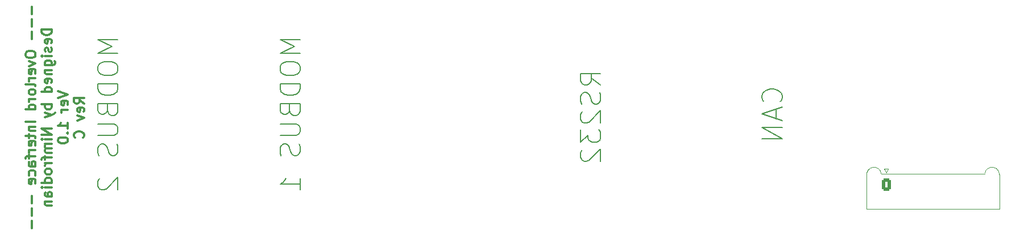
<source format=gbo>
G04 #@! TF.GenerationSoftware,KiCad,Pcbnew,8.0.8*
G04 #@! TF.CreationDate,2025-02-25T20:07:16+01:00*
G04 #@! TF.ProjectId,OverlordInterface,4f766572-6c6f-4726-9449-6e7465726661,rev?*
G04 #@! TF.SameCoordinates,Original*
G04 #@! TF.FileFunction,Legend,Bot*
G04 #@! TF.FilePolarity,Positive*
%FSLAX46Y46*%
G04 Gerber Fmt 4.6, Leading zero omitted, Abs format (unit mm)*
G04 Created by KiCad (PCBNEW 8.0.8) date 2025-02-25 20:07:16*
%MOMM*%
%LPD*%
G01*
G04 APERTURE LIST*
G04 Aperture macros list*
%AMRoundRect*
0 Rectangle with rounded corners*
0 $1 Rounding radius*
0 $2 $3 $4 $5 $6 $7 $8 $9 X,Y pos of 4 corners*
0 Add a 4 corners polygon primitive as box body*
4,1,4,$2,$3,$4,$5,$6,$7,$8,$9,$2,$3,0*
0 Add four circle primitives for the rounded corners*
1,1,$1+$1,$2,$3*
1,1,$1+$1,$4,$5*
1,1,$1+$1,$6,$7*
1,1,$1+$1,$8,$9*
0 Add four rect primitives between the rounded corners*
20,1,$1+$1,$2,$3,$4,$5,0*
20,1,$1+$1,$4,$5,$6,$7,0*
20,1,$1+$1,$6,$7,$8,$9,0*
20,1,$1+$1,$8,$9,$2,$3,0*%
G04 Aperture macros list end*
%ADD10C,0.300000*%
%ADD11C,0.150000*%
%ADD12C,0.120000*%
%ADD13R,1.800000X1.800000*%
%ADD14C,1.800000*%
%ADD15C,4.000000*%
%ADD16R,1.600000X1.600000*%
%ADD17C,1.600000*%
%ADD18C,1.500000*%
%ADD19RoundRect,0.250000X-0.400000X0.650000X-0.400000X-0.650000X0.400000X-0.650000X0.400000X0.650000X0*%
%ADD20O,1.300000X1.800000*%
G04 APERTURE END LIST*
D10*
X79574526Y-76623571D02*
X79574526Y-77766429D01*
X79574526Y-78480714D02*
X79574526Y-79623572D01*
X79574526Y-80337857D02*
X79574526Y-81480715D01*
X78645954Y-83623572D02*
X78645954Y-83909286D01*
X78645954Y-83909286D02*
X78717383Y-84052143D01*
X78717383Y-84052143D02*
X78860240Y-84195000D01*
X78860240Y-84195000D02*
X79145954Y-84266429D01*
X79145954Y-84266429D02*
X79645954Y-84266429D01*
X79645954Y-84266429D02*
X79931668Y-84195000D01*
X79931668Y-84195000D02*
X80074526Y-84052143D01*
X80074526Y-84052143D02*
X80145954Y-83909286D01*
X80145954Y-83909286D02*
X80145954Y-83623572D01*
X80145954Y-83623572D02*
X80074526Y-83480715D01*
X80074526Y-83480715D02*
X79931668Y-83337857D01*
X79931668Y-83337857D02*
X79645954Y-83266429D01*
X79645954Y-83266429D02*
X79145954Y-83266429D01*
X79145954Y-83266429D02*
X78860240Y-83337857D01*
X78860240Y-83337857D02*
X78717383Y-83480715D01*
X78717383Y-83480715D02*
X78645954Y-83623572D01*
X79145954Y-84766429D02*
X80145954Y-85123572D01*
X80145954Y-85123572D02*
X79145954Y-85480715D01*
X80074526Y-86623572D02*
X80145954Y-86480715D01*
X80145954Y-86480715D02*
X80145954Y-86195001D01*
X80145954Y-86195001D02*
X80074526Y-86052143D01*
X80074526Y-86052143D02*
X79931668Y-85980715D01*
X79931668Y-85980715D02*
X79360240Y-85980715D01*
X79360240Y-85980715D02*
X79217383Y-86052143D01*
X79217383Y-86052143D02*
X79145954Y-86195001D01*
X79145954Y-86195001D02*
X79145954Y-86480715D01*
X79145954Y-86480715D02*
X79217383Y-86623572D01*
X79217383Y-86623572D02*
X79360240Y-86695001D01*
X79360240Y-86695001D02*
X79503097Y-86695001D01*
X79503097Y-86695001D02*
X79645954Y-85980715D01*
X80145954Y-87337857D02*
X79145954Y-87337857D01*
X79431668Y-87337857D02*
X79288811Y-87409286D01*
X79288811Y-87409286D02*
X79217383Y-87480715D01*
X79217383Y-87480715D02*
X79145954Y-87623572D01*
X79145954Y-87623572D02*
X79145954Y-87766429D01*
X80145954Y-88480714D02*
X80074526Y-88337857D01*
X80074526Y-88337857D02*
X79931668Y-88266428D01*
X79931668Y-88266428D02*
X78645954Y-88266428D01*
X80145954Y-89266428D02*
X80074526Y-89123571D01*
X80074526Y-89123571D02*
X80003097Y-89052142D01*
X80003097Y-89052142D02*
X79860240Y-88980714D01*
X79860240Y-88980714D02*
X79431668Y-88980714D01*
X79431668Y-88980714D02*
X79288811Y-89052142D01*
X79288811Y-89052142D02*
X79217383Y-89123571D01*
X79217383Y-89123571D02*
X79145954Y-89266428D01*
X79145954Y-89266428D02*
X79145954Y-89480714D01*
X79145954Y-89480714D02*
X79217383Y-89623571D01*
X79217383Y-89623571D02*
X79288811Y-89695000D01*
X79288811Y-89695000D02*
X79431668Y-89766428D01*
X79431668Y-89766428D02*
X79860240Y-89766428D01*
X79860240Y-89766428D02*
X80003097Y-89695000D01*
X80003097Y-89695000D02*
X80074526Y-89623571D01*
X80074526Y-89623571D02*
X80145954Y-89480714D01*
X80145954Y-89480714D02*
X80145954Y-89266428D01*
X80145954Y-90409285D02*
X79145954Y-90409285D01*
X79431668Y-90409285D02*
X79288811Y-90480714D01*
X79288811Y-90480714D02*
X79217383Y-90552143D01*
X79217383Y-90552143D02*
X79145954Y-90695000D01*
X79145954Y-90695000D02*
X79145954Y-90837857D01*
X80145954Y-91980714D02*
X78645954Y-91980714D01*
X80074526Y-91980714D02*
X80145954Y-91837856D01*
X80145954Y-91837856D02*
X80145954Y-91552142D01*
X80145954Y-91552142D02*
X80074526Y-91409285D01*
X80074526Y-91409285D02*
X80003097Y-91337856D01*
X80003097Y-91337856D02*
X79860240Y-91266428D01*
X79860240Y-91266428D02*
X79431668Y-91266428D01*
X79431668Y-91266428D02*
X79288811Y-91337856D01*
X79288811Y-91337856D02*
X79217383Y-91409285D01*
X79217383Y-91409285D02*
X79145954Y-91552142D01*
X79145954Y-91552142D02*
X79145954Y-91837856D01*
X79145954Y-91837856D02*
X79217383Y-91980714D01*
X80145954Y-93837856D02*
X78645954Y-93837856D01*
X79145954Y-94552142D02*
X80145954Y-94552142D01*
X79288811Y-94552142D02*
X79217383Y-94623571D01*
X79217383Y-94623571D02*
X79145954Y-94766428D01*
X79145954Y-94766428D02*
X79145954Y-94980714D01*
X79145954Y-94980714D02*
X79217383Y-95123571D01*
X79217383Y-95123571D02*
X79360240Y-95195000D01*
X79360240Y-95195000D02*
X80145954Y-95195000D01*
X79145954Y-95695000D02*
X79145954Y-96266428D01*
X78645954Y-95909285D02*
X79931668Y-95909285D01*
X79931668Y-95909285D02*
X80074526Y-95980714D01*
X80074526Y-95980714D02*
X80145954Y-96123571D01*
X80145954Y-96123571D02*
X80145954Y-96266428D01*
X80074526Y-97337857D02*
X80145954Y-97195000D01*
X80145954Y-97195000D02*
X80145954Y-96909286D01*
X80145954Y-96909286D02*
X80074526Y-96766428D01*
X80074526Y-96766428D02*
X79931668Y-96695000D01*
X79931668Y-96695000D02*
X79360240Y-96695000D01*
X79360240Y-96695000D02*
X79217383Y-96766428D01*
X79217383Y-96766428D02*
X79145954Y-96909286D01*
X79145954Y-96909286D02*
X79145954Y-97195000D01*
X79145954Y-97195000D02*
X79217383Y-97337857D01*
X79217383Y-97337857D02*
X79360240Y-97409286D01*
X79360240Y-97409286D02*
X79503097Y-97409286D01*
X79503097Y-97409286D02*
X79645954Y-96695000D01*
X80145954Y-98052142D02*
X79145954Y-98052142D01*
X79431668Y-98052142D02*
X79288811Y-98123571D01*
X79288811Y-98123571D02*
X79217383Y-98195000D01*
X79217383Y-98195000D02*
X79145954Y-98337857D01*
X79145954Y-98337857D02*
X79145954Y-98480714D01*
X79145954Y-98766428D02*
X79145954Y-99337856D01*
X80145954Y-98980713D02*
X78860240Y-98980713D01*
X78860240Y-98980713D02*
X78717383Y-99052142D01*
X78717383Y-99052142D02*
X78645954Y-99194999D01*
X78645954Y-99194999D02*
X78645954Y-99337856D01*
X80145954Y-100480714D02*
X79360240Y-100480714D01*
X79360240Y-100480714D02*
X79217383Y-100409285D01*
X79217383Y-100409285D02*
X79145954Y-100266428D01*
X79145954Y-100266428D02*
X79145954Y-99980714D01*
X79145954Y-99980714D02*
X79217383Y-99837856D01*
X80074526Y-100480714D02*
X80145954Y-100337856D01*
X80145954Y-100337856D02*
X80145954Y-99980714D01*
X80145954Y-99980714D02*
X80074526Y-99837856D01*
X80074526Y-99837856D02*
X79931668Y-99766428D01*
X79931668Y-99766428D02*
X79788811Y-99766428D01*
X79788811Y-99766428D02*
X79645954Y-99837856D01*
X79645954Y-99837856D02*
X79574526Y-99980714D01*
X79574526Y-99980714D02*
X79574526Y-100337856D01*
X79574526Y-100337856D02*
X79503097Y-100480714D01*
X80074526Y-101837857D02*
X80145954Y-101694999D01*
X80145954Y-101694999D02*
X80145954Y-101409285D01*
X80145954Y-101409285D02*
X80074526Y-101266428D01*
X80074526Y-101266428D02*
X80003097Y-101194999D01*
X80003097Y-101194999D02*
X79860240Y-101123571D01*
X79860240Y-101123571D02*
X79431668Y-101123571D01*
X79431668Y-101123571D02*
X79288811Y-101194999D01*
X79288811Y-101194999D02*
X79217383Y-101266428D01*
X79217383Y-101266428D02*
X79145954Y-101409285D01*
X79145954Y-101409285D02*
X79145954Y-101694999D01*
X79145954Y-101694999D02*
X79217383Y-101837857D01*
X80074526Y-103052142D02*
X80145954Y-102909285D01*
X80145954Y-102909285D02*
X80145954Y-102623571D01*
X80145954Y-102623571D02*
X80074526Y-102480713D01*
X80074526Y-102480713D02*
X79931668Y-102409285D01*
X79931668Y-102409285D02*
X79360240Y-102409285D01*
X79360240Y-102409285D02*
X79217383Y-102480713D01*
X79217383Y-102480713D02*
X79145954Y-102623571D01*
X79145954Y-102623571D02*
X79145954Y-102909285D01*
X79145954Y-102909285D02*
X79217383Y-103052142D01*
X79217383Y-103052142D02*
X79360240Y-103123571D01*
X79360240Y-103123571D02*
X79503097Y-103123571D01*
X79503097Y-103123571D02*
X79645954Y-102409285D01*
X79574526Y-104909284D02*
X79574526Y-106052142D01*
X79574526Y-106766427D02*
X79574526Y-107909285D01*
X79574526Y-108623570D02*
X79574526Y-109766428D01*
X82560870Y-80016427D02*
X81060870Y-80016427D01*
X81060870Y-80016427D02*
X81060870Y-80373570D01*
X81060870Y-80373570D02*
X81132299Y-80587856D01*
X81132299Y-80587856D02*
X81275156Y-80730713D01*
X81275156Y-80730713D02*
X81418013Y-80802142D01*
X81418013Y-80802142D02*
X81703727Y-80873570D01*
X81703727Y-80873570D02*
X81918013Y-80873570D01*
X81918013Y-80873570D02*
X82203727Y-80802142D01*
X82203727Y-80802142D02*
X82346584Y-80730713D01*
X82346584Y-80730713D02*
X82489442Y-80587856D01*
X82489442Y-80587856D02*
X82560870Y-80373570D01*
X82560870Y-80373570D02*
X82560870Y-80016427D01*
X82489442Y-82087856D02*
X82560870Y-81944999D01*
X82560870Y-81944999D02*
X82560870Y-81659285D01*
X82560870Y-81659285D02*
X82489442Y-81516427D01*
X82489442Y-81516427D02*
X82346584Y-81444999D01*
X82346584Y-81444999D02*
X81775156Y-81444999D01*
X81775156Y-81444999D02*
X81632299Y-81516427D01*
X81632299Y-81516427D02*
X81560870Y-81659285D01*
X81560870Y-81659285D02*
X81560870Y-81944999D01*
X81560870Y-81944999D02*
X81632299Y-82087856D01*
X81632299Y-82087856D02*
X81775156Y-82159285D01*
X81775156Y-82159285D02*
X81918013Y-82159285D01*
X81918013Y-82159285D02*
X82060870Y-81444999D01*
X82489442Y-82730713D02*
X82560870Y-82873570D01*
X82560870Y-82873570D02*
X82560870Y-83159284D01*
X82560870Y-83159284D02*
X82489442Y-83302141D01*
X82489442Y-83302141D02*
X82346584Y-83373570D01*
X82346584Y-83373570D02*
X82275156Y-83373570D01*
X82275156Y-83373570D02*
X82132299Y-83302141D01*
X82132299Y-83302141D02*
X82060870Y-83159284D01*
X82060870Y-83159284D02*
X82060870Y-82944999D01*
X82060870Y-82944999D02*
X81989442Y-82802141D01*
X81989442Y-82802141D02*
X81846584Y-82730713D01*
X81846584Y-82730713D02*
X81775156Y-82730713D01*
X81775156Y-82730713D02*
X81632299Y-82802141D01*
X81632299Y-82802141D02*
X81560870Y-82944999D01*
X81560870Y-82944999D02*
X81560870Y-83159284D01*
X81560870Y-83159284D02*
X81632299Y-83302141D01*
X82560870Y-84016427D02*
X81560870Y-84016427D01*
X81060870Y-84016427D02*
X81132299Y-83944999D01*
X81132299Y-83944999D02*
X81203727Y-84016427D01*
X81203727Y-84016427D02*
X81132299Y-84087856D01*
X81132299Y-84087856D02*
X81060870Y-84016427D01*
X81060870Y-84016427D02*
X81203727Y-84016427D01*
X81560870Y-85373571D02*
X82775156Y-85373571D01*
X82775156Y-85373571D02*
X82918013Y-85302142D01*
X82918013Y-85302142D02*
X82989442Y-85230713D01*
X82989442Y-85230713D02*
X83060870Y-85087856D01*
X83060870Y-85087856D02*
X83060870Y-84873571D01*
X83060870Y-84873571D02*
X82989442Y-84730713D01*
X82489442Y-85373571D02*
X82560870Y-85230713D01*
X82560870Y-85230713D02*
X82560870Y-84944999D01*
X82560870Y-84944999D02*
X82489442Y-84802142D01*
X82489442Y-84802142D02*
X82418013Y-84730713D01*
X82418013Y-84730713D02*
X82275156Y-84659285D01*
X82275156Y-84659285D02*
X81846584Y-84659285D01*
X81846584Y-84659285D02*
X81703727Y-84730713D01*
X81703727Y-84730713D02*
X81632299Y-84802142D01*
X81632299Y-84802142D02*
X81560870Y-84944999D01*
X81560870Y-84944999D02*
X81560870Y-85230713D01*
X81560870Y-85230713D02*
X81632299Y-85373571D01*
X81560870Y-86087856D02*
X82560870Y-86087856D01*
X81703727Y-86087856D02*
X81632299Y-86159285D01*
X81632299Y-86159285D02*
X81560870Y-86302142D01*
X81560870Y-86302142D02*
X81560870Y-86516428D01*
X81560870Y-86516428D02*
X81632299Y-86659285D01*
X81632299Y-86659285D02*
X81775156Y-86730714D01*
X81775156Y-86730714D02*
X82560870Y-86730714D01*
X82489442Y-88016428D02*
X82560870Y-87873571D01*
X82560870Y-87873571D02*
X82560870Y-87587857D01*
X82560870Y-87587857D02*
X82489442Y-87444999D01*
X82489442Y-87444999D02*
X82346584Y-87373571D01*
X82346584Y-87373571D02*
X81775156Y-87373571D01*
X81775156Y-87373571D02*
X81632299Y-87444999D01*
X81632299Y-87444999D02*
X81560870Y-87587857D01*
X81560870Y-87587857D02*
X81560870Y-87873571D01*
X81560870Y-87873571D02*
X81632299Y-88016428D01*
X81632299Y-88016428D02*
X81775156Y-88087857D01*
X81775156Y-88087857D02*
X81918013Y-88087857D01*
X81918013Y-88087857D02*
X82060870Y-87373571D01*
X82560870Y-89373571D02*
X81060870Y-89373571D01*
X82489442Y-89373571D02*
X82560870Y-89230713D01*
X82560870Y-89230713D02*
X82560870Y-88944999D01*
X82560870Y-88944999D02*
X82489442Y-88802142D01*
X82489442Y-88802142D02*
X82418013Y-88730713D01*
X82418013Y-88730713D02*
X82275156Y-88659285D01*
X82275156Y-88659285D02*
X81846584Y-88659285D01*
X81846584Y-88659285D02*
X81703727Y-88730713D01*
X81703727Y-88730713D02*
X81632299Y-88802142D01*
X81632299Y-88802142D02*
X81560870Y-88944999D01*
X81560870Y-88944999D02*
X81560870Y-89230713D01*
X81560870Y-89230713D02*
X81632299Y-89373571D01*
X82560870Y-91230713D02*
X81060870Y-91230713D01*
X81632299Y-91230713D02*
X81560870Y-91373571D01*
X81560870Y-91373571D02*
X81560870Y-91659285D01*
X81560870Y-91659285D02*
X81632299Y-91802142D01*
X81632299Y-91802142D02*
X81703727Y-91873571D01*
X81703727Y-91873571D02*
X81846584Y-91944999D01*
X81846584Y-91944999D02*
X82275156Y-91944999D01*
X82275156Y-91944999D02*
X82418013Y-91873571D01*
X82418013Y-91873571D02*
X82489442Y-91802142D01*
X82489442Y-91802142D02*
X82560870Y-91659285D01*
X82560870Y-91659285D02*
X82560870Y-91373571D01*
X82560870Y-91373571D02*
X82489442Y-91230713D01*
X81560870Y-92444999D02*
X82560870Y-92802142D01*
X81560870Y-93159285D02*
X82560870Y-92802142D01*
X82560870Y-92802142D02*
X82918013Y-92659285D01*
X82918013Y-92659285D02*
X82989442Y-92587856D01*
X82989442Y-92587856D02*
X83060870Y-92444999D01*
X82560870Y-94873570D02*
X81060870Y-94873570D01*
X81060870Y-94873570D02*
X82560870Y-95730713D01*
X82560870Y-95730713D02*
X81060870Y-95730713D01*
X82560870Y-96444999D02*
X81560870Y-96444999D01*
X81060870Y-96444999D02*
X81132299Y-96373571D01*
X81132299Y-96373571D02*
X81203727Y-96444999D01*
X81203727Y-96444999D02*
X81132299Y-96516428D01*
X81132299Y-96516428D02*
X81060870Y-96444999D01*
X81060870Y-96444999D02*
X81203727Y-96444999D01*
X82560870Y-97159285D02*
X81560870Y-97159285D01*
X81703727Y-97159285D02*
X81632299Y-97230714D01*
X81632299Y-97230714D02*
X81560870Y-97373571D01*
X81560870Y-97373571D02*
X81560870Y-97587857D01*
X81560870Y-97587857D02*
X81632299Y-97730714D01*
X81632299Y-97730714D02*
X81775156Y-97802143D01*
X81775156Y-97802143D02*
X82560870Y-97802143D01*
X81775156Y-97802143D02*
X81632299Y-97873571D01*
X81632299Y-97873571D02*
X81560870Y-98016428D01*
X81560870Y-98016428D02*
X81560870Y-98230714D01*
X81560870Y-98230714D02*
X81632299Y-98373571D01*
X81632299Y-98373571D02*
X81775156Y-98445000D01*
X81775156Y-98445000D02*
X82560870Y-98445000D01*
X81560870Y-98945000D02*
X81560870Y-99516428D01*
X82560870Y-99159285D02*
X81275156Y-99159285D01*
X81275156Y-99159285D02*
X81132299Y-99230714D01*
X81132299Y-99230714D02*
X81060870Y-99373571D01*
X81060870Y-99373571D02*
X81060870Y-99516428D01*
X82560870Y-100016428D02*
X81560870Y-100016428D01*
X81846584Y-100016428D02*
X81703727Y-100087857D01*
X81703727Y-100087857D02*
X81632299Y-100159286D01*
X81632299Y-100159286D02*
X81560870Y-100302143D01*
X81560870Y-100302143D02*
X81560870Y-100445000D01*
X82560870Y-101159285D02*
X82489442Y-101016428D01*
X82489442Y-101016428D02*
X82418013Y-100944999D01*
X82418013Y-100944999D02*
X82275156Y-100873571D01*
X82275156Y-100873571D02*
X81846584Y-100873571D01*
X81846584Y-100873571D02*
X81703727Y-100944999D01*
X81703727Y-100944999D02*
X81632299Y-101016428D01*
X81632299Y-101016428D02*
X81560870Y-101159285D01*
X81560870Y-101159285D02*
X81560870Y-101373571D01*
X81560870Y-101373571D02*
X81632299Y-101516428D01*
X81632299Y-101516428D02*
X81703727Y-101587857D01*
X81703727Y-101587857D02*
X81846584Y-101659285D01*
X81846584Y-101659285D02*
X82275156Y-101659285D01*
X82275156Y-101659285D02*
X82418013Y-101587857D01*
X82418013Y-101587857D02*
X82489442Y-101516428D01*
X82489442Y-101516428D02*
X82560870Y-101373571D01*
X82560870Y-101373571D02*
X82560870Y-101159285D01*
X82560870Y-102945000D02*
X81060870Y-102945000D01*
X82489442Y-102945000D02*
X82560870Y-102802142D01*
X82560870Y-102802142D02*
X82560870Y-102516428D01*
X82560870Y-102516428D02*
X82489442Y-102373571D01*
X82489442Y-102373571D02*
X82418013Y-102302142D01*
X82418013Y-102302142D02*
X82275156Y-102230714D01*
X82275156Y-102230714D02*
X81846584Y-102230714D01*
X81846584Y-102230714D02*
X81703727Y-102302142D01*
X81703727Y-102302142D02*
X81632299Y-102373571D01*
X81632299Y-102373571D02*
X81560870Y-102516428D01*
X81560870Y-102516428D02*
X81560870Y-102802142D01*
X81560870Y-102802142D02*
X81632299Y-102945000D01*
X82560870Y-103659285D02*
X81560870Y-103659285D01*
X81060870Y-103659285D02*
X81132299Y-103587857D01*
X81132299Y-103587857D02*
X81203727Y-103659285D01*
X81203727Y-103659285D02*
X81132299Y-103730714D01*
X81132299Y-103730714D02*
X81060870Y-103659285D01*
X81060870Y-103659285D02*
X81203727Y-103659285D01*
X82560870Y-105016429D02*
X81775156Y-105016429D01*
X81775156Y-105016429D02*
X81632299Y-104945000D01*
X81632299Y-104945000D02*
X81560870Y-104802143D01*
X81560870Y-104802143D02*
X81560870Y-104516429D01*
X81560870Y-104516429D02*
X81632299Y-104373571D01*
X82489442Y-105016429D02*
X82560870Y-104873571D01*
X82560870Y-104873571D02*
X82560870Y-104516429D01*
X82560870Y-104516429D02*
X82489442Y-104373571D01*
X82489442Y-104373571D02*
X82346584Y-104302143D01*
X82346584Y-104302143D02*
X82203727Y-104302143D01*
X82203727Y-104302143D02*
X82060870Y-104373571D01*
X82060870Y-104373571D02*
X81989442Y-104516429D01*
X81989442Y-104516429D02*
X81989442Y-104873571D01*
X81989442Y-104873571D02*
X81918013Y-105016429D01*
X81560870Y-105730714D02*
X82560870Y-105730714D01*
X81703727Y-105730714D02*
X81632299Y-105802143D01*
X81632299Y-105802143D02*
X81560870Y-105945000D01*
X81560870Y-105945000D02*
X81560870Y-106159286D01*
X81560870Y-106159286D02*
X81632299Y-106302143D01*
X81632299Y-106302143D02*
X81775156Y-106373572D01*
X81775156Y-106373572D02*
X82560870Y-106373572D01*
X83475786Y-89230715D02*
X84975786Y-89730715D01*
X84975786Y-89730715D02*
X83475786Y-90230715D01*
X84904358Y-91302143D02*
X84975786Y-91159286D01*
X84975786Y-91159286D02*
X84975786Y-90873572D01*
X84975786Y-90873572D02*
X84904358Y-90730714D01*
X84904358Y-90730714D02*
X84761500Y-90659286D01*
X84761500Y-90659286D02*
X84190072Y-90659286D01*
X84190072Y-90659286D02*
X84047215Y-90730714D01*
X84047215Y-90730714D02*
X83975786Y-90873572D01*
X83975786Y-90873572D02*
X83975786Y-91159286D01*
X83975786Y-91159286D02*
X84047215Y-91302143D01*
X84047215Y-91302143D02*
X84190072Y-91373572D01*
X84190072Y-91373572D02*
X84332929Y-91373572D01*
X84332929Y-91373572D02*
X84475786Y-90659286D01*
X84975786Y-92016428D02*
X83975786Y-92016428D01*
X84261500Y-92016428D02*
X84118643Y-92087857D01*
X84118643Y-92087857D02*
X84047215Y-92159286D01*
X84047215Y-92159286D02*
X83975786Y-92302143D01*
X83975786Y-92302143D02*
X83975786Y-92445000D01*
X84975786Y-94873571D02*
X84975786Y-94016428D01*
X84975786Y-94444999D02*
X83475786Y-94444999D01*
X83475786Y-94444999D02*
X83690072Y-94302142D01*
X83690072Y-94302142D02*
X83832929Y-94159285D01*
X83832929Y-94159285D02*
X83904358Y-94016428D01*
X84832929Y-95516427D02*
X84904358Y-95587856D01*
X84904358Y-95587856D02*
X84975786Y-95516427D01*
X84975786Y-95516427D02*
X84904358Y-95444999D01*
X84904358Y-95444999D02*
X84832929Y-95516427D01*
X84832929Y-95516427D02*
X84975786Y-95516427D01*
X83475786Y-96516428D02*
X83475786Y-96659285D01*
X83475786Y-96659285D02*
X83547215Y-96802142D01*
X83547215Y-96802142D02*
X83618643Y-96873571D01*
X83618643Y-96873571D02*
X83761500Y-96944999D01*
X83761500Y-96944999D02*
X84047215Y-97016428D01*
X84047215Y-97016428D02*
X84404358Y-97016428D01*
X84404358Y-97016428D02*
X84690072Y-96944999D01*
X84690072Y-96944999D02*
X84832929Y-96873571D01*
X84832929Y-96873571D02*
X84904358Y-96802142D01*
X84904358Y-96802142D02*
X84975786Y-96659285D01*
X84975786Y-96659285D02*
X84975786Y-96516428D01*
X84975786Y-96516428D02*
X84904358Y-96373571D01*
X84904358Y-96373571D02*
X84832929Y-96302142D01*
X84832929Y-96302142D02*
X84690072Y-96230713D01*
X84690072Y-96230713D02*
X84404358Y-96159285D01*
X84404358Y-96159285D02*
X84047215Y-96159285D01*
X84047215Y-96159285D02*
X83761500Y-96230713D01*
X83761500Y-96230713D02*
X83618643Y-96302142D01*
X83618643Y-96302142D02*
X83547215Y-96373571D01*
X83547215Y-96373571D02*
X83475786Y-96516428D01*
X87390702Y-91123571D02*
X86676416Y-90623571D01*
X87390702Y-90266428D02*
X85890702Y-90266428D01*
X85890702Y-90266428D02*
X85890702Y-90837857D01*
X85890702Y-90837857D02*
X85962131Y-90980714D01*
X85962131Y-90980714D02*
X86033559Y-91052143D01*
X86033559Y-91052143D02*
X86176416Y-91123571D01*
X86176416Y-91123571D02*
X86390702Y-91123571D01*
X86390702Y-91123571D02*
X86533559Y-91052143D01*
X86533559Y-91052143D02*
X86604988Y-90980714D01*
X86604988Y-90980714D02*
X86676416Y-90837857D01*
X86676416Y-90837857D02*
X86676416Y-90266428D01*
X87319274Y-92337857D02*
X87390702Y-92195000D01*
X87390702Y-92195000D02*
X87390702Y-91909286D01*
X87390702Y-91909286D02*
X87319274Y-91766428D01*
X87319274Y-91766428D02*
X87176416Y-91695000D01*
X87176416Y-91695000D02*
X86604988Y-91695000D01*
X86604988Y-91695000D02*
X86462131Y-91766428D01*
X86462131Y-91766428D02*
X86390702Y-91909286D01*
X86390702Y-91909286D02*
X86390702Y-92195000D01*
X86390702Y-92195000D02*
X86462131Y-92337857D01*
X86462131Y-92337857D02*
X86604988Y-92409286D01*
X86604988Y-92409286D02*
X86747845Y-92409286D01*
X86747845Y-92409286D02*
X86890702Y-91695000D01*
X86390702Y-92909285D02*
X87390702Y-93266428D01*
X87390702Y-93266428D02*
X86390702Y-93623571D01*
X87247845Y-96194999D02*
X87319274Y-96123571D01*
X87319274Y-96123571D02*
X87390702Y-95909285D01*
X87390702Y-95909285D02*
X87390702Y-95766428D01*
X87390702Y-95766428D02*
X87319274Y-95552142D01*
X87319274Y-95552142D02*
X87176416Y-95409285D01*
X87176416Y-95409285D02*
X87033559Y-95337856D01*
X87033559Y-95337856D02*
X86747845Y-95266428D01*
X86747845Y-95266428D02*
X86533559Y-95266428D01*
X86533559Y-95266428D02*
X86247845Y-95337856D01*
X86247845Y-95337856D02*
X86104988Y-95409285D01*
X86104988Y-95409285D02*
X85962131Y-95552142D01*
X85962131Y-95552142D02*
X85890702Y-95766428D01*
X85890702Y-95766428D02*
X85890702Y-95909285D01*
X85890702Y-95909285D02*
X85962131Y-96123571D01*
X85962131Y-96123571D02*
X86033559Y-96194999D01*
D11*
X191039342Y-90797255D02*
X191182200Y-90654398D01*
X191182200Y-90654398D02*
X191325057Y-90225826D01*
X191325057Y-90225826D02*
X191325057Y-89940112D01*
X191325057Y-89940112D02*
X191182200Y-89511541D01*
X191182200Y-89511541D02*
X190896485Y-89225826D01*
X190896485Y-89225826D02*
X190610771Y-89082969D01*
X190610771Y-89082969D02*
X190039342Y-88940112D01*
X190039342Y-88940112D02*
X189610771Y-88940112D01*
X189610771Y-88940112D02*
X189039342Y-89082969D01*
X189039342Y-89082969D02*
X188753628Y-89225826D01*
X188753628Y-89225826D02*
X188467914Y-89511541D01*
X188467914Y-89511541D02*
X188325057Y-89940112D01*
X188325057Y-89940112D02*
X188325057Y-90225826D01*
X188325057Y-90225826D02*
X188467914Y-90654398D01*
X188467914Y-90654398D02*
X188610771Y-90797255D01*
X190467914Y-91940112D02*
X190467914Y-93368684D01*
X191325057Y-91654398D02*
X188325057Y-92654398D01*
X188325057Y-92654398D02*
X191325057Y-93654398D01*
X191325057Y-94654398D02*
X188325057Y-94654398D01*
X188325057Y-94654398D02*
X191325057Y-96368684D01*
X191325057Y-96368684D02*
X188325057Y-96368684D01*
X92425057Y-81578683D02*
X89425057Y-81578683D01*
X89425057Y-81578683D02*
X91567914Y-82578683D01*
X91567914Y-82578683D02*
X89425057Y-83578683D01*
X89425057Y-83578683D02*
X92425057Y-83578683D01*
X89425057Y-85578683D02*
X89425057Y-86150111D01*
X89425057Y-86150111D02*
X89567914Y-86435826D01*
X89567914Y-86435826D02*
X89853628Y-86721540D01*
X89853628Y-86721540D02*
X90425057Y-86864397D01*
X90425057Y-86864397D02*
X91425057Y-86864397D01*
X91425057Y-86864397D02*
X91996485Y-86721540D01*
X91996485Y-86721540D02*
X92282200Y-86435826D01*
X92282200Y-86435826D02*
X92425057Y-86150111D01*
X92425057Y-86150111D02*
X92425057Y-85578683D01*
X92425057Y-85578683D02*
X92282200Y-85292969D01*
X92282200Y-85292969D02*
X91996485Y-85007254D01*
X91996485Y-85007254D02*
X91425057Y-84864397D01*
X91425057Y-84864397D02*
X90425057Y-84864397D01*
X90425057Y-84864397D02*
X89853628Y-85007254D01*
X89853628Y-85007254D02*
X89567914Y-85292969D01*
X89567914Y-85292969D02*
X89425057Y-85578683D01*
X92425057Y-88150111D02*
X89425057Y-88150111D01*
X89425057Y-88150111D02*
X89425057Y-88864397D01*
X89425057Y-88864397D02*
X89567914Y-89292968D01*
X89567914Y-89292968D02*
X89853628Y-89578683D01*
X89853628Y-89578683D02*
X90139342Y-89721540D01*
X90139342Y-89721540D02*
X90710771Y-89864397D01*
X90710771Y-89864397D02*
X91139342Y-89864397D01*
X91139342Y-89864397D02*
X91710771Y-89721540D01*
X91710771Y-89721540D02*
X91996485Y-89578683D01*
X91996485Y-89578683D02*
X92282200Y-89292968D01*
X92282200Y-89292968D02*
X92425057Y-88864397D01*
X92425057Y-88864397D02*
X92425057Y-88150111D01*
X90853628Y-92150111D02*
X90996485Y-92578683D01*
X90996485Y-92578683D02*
X91139342Y-92721540D01*
X91139342Y-92721540D02*
X91425057Y-92864397D01*
X91425057Y-92864397D02*
X91853628Y-92864397D01*
X91853628Y-92864397D02*
X92139342Y-92721540D01*
X92139342Y-92721540D02*
X92282200Y-92578683D01*
X92282200Y-92578683D02*
X92425057Y-92292968D01*
X92425057Y-92292968D02*
X92425057Y-91150111D01*
X92425057Y-91150111D02*
X89425057Y-91150111D01*
X89425057Y-91150111D02*
X89425057Y-92150111D01*
X89425057Y-92150111D02*
X89567914Y-92435826D01*
X89567914Y-92435826D02*
X89710771Y-92578683D01*
X89710771Y-92578683D02*
X89996485Y-92721540D01*
X89996485Y-92721540D02*
X90282200Y-92721540D01*
X90282200Y-92721540D02*
X90567914Y-92578683D01*
X90567914Y-92578683D02*
X90710771Y-92435826D01*
X90710771Y-92435826D02*
X90853628Y-92150111D01*
X90853628Y-92150111D02*
X90853628Y-91150111D01*
X89425057Y-94150111D02*
X91853628Y-94150111D01*
X91853628Y-94150111D02*
X92139342Y-94292968D01*
X92139342Y-94292968D02*
X92282200Y-94435826D01*
X92282200Y-94435826D02*
X92425057Y-94721540D01*
X92425057Y-94721540D02*
X92425057Y-95292968D01*
X92425057Y-95292968D02*
X92282200Y-95578683D01*
X92282200Y-95578683D02*
X92139342Y-95721540D01*
X92139342Y-95721540D02*
X91853628Y-95864397D01*
X91853628Y-95864397D02*
X89425057Y-95864397D01*
X92282200Y-97150111D02*
X92425057Y-97578683D01*
X92425057Y-97578683D02*
X92425057Y-98292968D01*
X92425057Y-98292968D02*
X92282200Y-98578683D01*
X92282200Y-98578683D02*
X92139342Y-98721540D01*
X92139342Y-98721540D02*
X91853628Y-98864397D01*
X91853628Y-98864397D02*
X91567914Y-98864397D01*
X91567914Y-98864397D02*
X91282200Y-98721540D01*
X91282200Y-98721540D02*
X91139342Y-98578683D01*
X91139342Y-98578683D02*
X90996485Y-98292968D01*
X90996485Y-98292968D02*
X90853628Y-97721540D01*
X90853628Y-97721540D02*
X90710771Y-97435825D01*
X90710771Y-97435825D02*
X90567914Y-97292968D01*
X90567914Y-97292968D02*
X90282200Y-97150111D01*
X90282200Y-97150111D02*
X89996485Y-97150111D01*
X89996485Y-97150111D02*
X89710771Y-97292968D01*
X89710771Y-97292968D02*
X89567914Y-97435825D01*
X89567914Y-97435825D02*
X89425057Y-97721540D01*
X89425057Y-97721540D02*
X89425057Y-98435825D01*
X89425057Y-98435825D02*
X89567914Y-98864397D01*
X89710771Y-102292968D02*
X89567914Y-102435825D01*
X89567914Y-102435825D02*
X89425057Y-102721540D01*
X89425057Y-102721540D02*
X89425057Y-103435825D01*
X89425057Y-103435825D02*
X89567914Y-103721540D01*
X89567914Y-103721540D02*
X89710771Y-103864397D01*
X89710771Y-103864397D02*
X89996485Y-104007254D01*
X89996485Y-104007254D02*
X90282200Y-104007254D01*
X90282200Y-104007254D02*
X90710771Y-103864397D01*
X90710771Y-103864397D02*
X92425057Y-102150111D01*
X92425057Y-102150111D02*
X92425057Y-104007254D01*
X164305057Y-88300112D02*
X162876485Y-87300112D01*
X164305057Y-86585826D02*
X161305057Y-86585826D01*
X161305057Y-86585826D02*
X161305057Y-87728683D01*
X161305057Y-87728683D02*
X161447914Y-88014398D01*
X161447914Y-88014398D02*
X161590771Y-88157255D01*
X161590771Y-88157255D02*
X161876485Y-88300112D01*
X161876485Y-88300112D02*
X162305057Y-88300112D01*
X162305057Y-88300112D02*
X162590771Y-88157255D01*
X162590771Y-88157255D02*
X162733628Y-88014398D01*
X162733628Y-88014398D02*
X162876485Y-87728683D01*
X162876485Y-87728683D02*
X162876485Y-86585826D01*
X164162200Y-89442969D02*
X164305057Y-89871541D01*
X164305057Y-89871541D02*
X164305057Y-90585826D01*
X164305057Y-90585826D02*
X164162200Y-90871541D01*
X164162200Y-90871541D02*
X164019342Y-91014398D01*
X164019342Y-91014398D02*
X163733628Y-91157255D01*
X163733628Y-91157255D02*
X163447914Y-91157255D01*
X163447914Y-91157255D02*
X163162200Y-91014398D01*
X163162200Y-91014398D02*
X163019342Y-90871541D01*
X163019342Y-90871541D02*
X162876485Y-90585826D01*
X162876485Y-90585826D02*
X162733628Y-90014398D01*
X162733628Y-90014398D02*
X162590771Y-89728683D01*
X162590771Y-89728683D02*
X162447914Y-89585826D01*
X162447914Y-89585826D02*
X162162200Y-89442969D01*
X162162200Y-89442969D02*
X161876485Y-89442969D01*
X161876485Y-89442969D02*
X161590771Y-89585826D01*
X161590771Y-89585826D02*
X161447914Y-89728683D01*
X161447914Y-89728683D02*
X161305057Y-90014398D01*
X161305057Y-90014398D02*
X161305057Y-90728683D01*
X161305057Y-90728683D02*
X161447914Y-91157255D01*
X161590771Y-92300112D02*
X161447914Y-92442969D01*
X161447914Y-92442969D02*
X161305057Y-92728684D01*
X161305057Y-92728684D02*
X161305057Y-93442969D01*
X161305057Y-93442969D02*
X161447914Y-93728684D01*
X161447914Y-93728684D02*
X161590771Y-93871541D01*
X161590771Y-93871541D02*
X161876485Y-94014398D01*
X161876485Y-94014398D02*
X162162200Y-94014398D01*
X162162200Y-94014398D02*
X162590771Y-93871541D01*
X162590771Y-93871541D02*
X164305057Y-92157255D01*
X164305057Y-92157255D02*
X164305057Y-94014398D01*
X161305057Y-95014398D02*
X161305057Y-96871541D01*
X161305057Y-96871541D02*
X162447914Y-95871541D01*
X162447914Y-95871541D02*
X162447914Y-96300112D01*
X162447914Y-96300112D02*
X162590771Y-96585827D01*
X162590771Y-96585827D02*
X162733628Y-96728684D01*
X162733628Y-96728684D02*
X163019342Y-96871541D01*
X163019342Y-96871541D02*
X163733628Y-96871541D01*
X163733628Y-96871541D02*
X164019342Y-96728684D01*
X164019342Y-96728684D02*
X164162200Y-96585827D01*
X164162200Y-96585827D02*
X164305057Y-96300112D01*
X164305057Y-96300112D02*
X164305057Y-95442969D01*
X164305057Y-95442969D02*
X164162200Y-95157255D01*
X164162200Y-95157255D02*
X164019342Y-95014398D01*
X161590771Y-98014398D02*
X161447914Y-98157255D01*
X161447914Y-98157255D02*
X161305057Y-98442970D01*
X161305057Y-98442970D02*
X161305057Y-99157255D01*
X161305057Y-99157255D02*
X161447914Y-99442970D01*
X161447914Y-99442970D02*
X161590771Y-99585827D01*
X161590771Y-99585827D02*
X161876485Y-99728684D01*
X161876485Y-99728684D02*
X162162200Y-99728684D01*
X162162200Y-99728684D02*
X162590771Y-99585827D01*
X162590771Y-99585827D02*
X164305057Y-97871541D01*
X164305057Y-97871541D02*
X164305057Y-99728684D01*
X119565057Y-81578683D02*
X116565057Y-81578683D01*
X116565057Y-81578683D02*
X118707914Y-82578683D01*
X118707914Y-82578683D02*
X116565057Y-83578683D01*
X116565057Y-83578683D02*
X119565057Y-83578683D01*
X116565057Y-85578683D02*
X116565057Y-86150111D01*
X116565057Y-86150111D02*
X116707914Y-86435826D01*
X116707914Y-86435826D02*
X116993628Y-86721540D01*
X116993628Y-86721540D02*
X117565057Y-86864397D01*
X117565057Y-86864397D02*
X118565057Y-86864397D01*
X118565057Y-86864397D02*
X119136485Y-86721540D01*
X119136485Y-86721540D02*
X119422200Y-86435826D01*
X119422200Y-86435826D02*
X119565057Y-86150111D01*
X119565057Y-86150111D02*
X119565057Y-85578683D01*
X119565057Y-85578683D02*
X119422200Y-85292969D01*
X119422200Y-85292969D02*
X119136485Y-85007254D01*
X119136485Y-85007254D02*
X118565057Y-84864397D01*
X118565057Y-84864397D02*
X117565057Y-84864397D01*
X117565057Y-84864397D02*
X116993628Y-85007254D01*
X116993628Y-85007254D02*
X116707914Y-85292969D01*
X116707914Y-85292969D02*
X116565057Y-85578683D01*
X119565057Y-88150111D02*
X116565057Y-88150111D01*
X116565057Y-88150111D02*
X116565057Y-88864397D01*
X116565057Y-88864397D02*
X116707914Y-89292968D01*
X116707914Y-89292968D02*
X116993628Y-89578683D01*
X116993628Y-89578683D02*
X117279342Y-89721540D01*
X117279342Y-89721540D02*
X117850771Y-89864397D01*
X117850771Y-89864397D02*
X118279342Y-89864397D01*
X118279342Y-89864397D02*
X118850771Y-89721540D01*
X118850771Y-89721540D02*
X119136485Y-89578683D01*
X119136485Y-89578683D02*
X119422200Y-89292968D01*
X119422200Y-89292968D02*
X119565057Y-88864397D01*
X119565057Y-88864397D02*
X119565057Y-88150111D01*
X117993628Y-92150111D02*
X118136485Y-92578683D01*
X118136485Y-92578683D02*
X118279342Y-92721540D01*
X118279342Y-92721540D02*
X118565057Y-92864397D01*
X118565057Y-92864397D02*
X118993628Y-92864397D01*
X118993628Y-92864397D02*
X119279342Y-92721540D01*
X119279342Y-92721540D02*
X119422200Y-92578683D01*
X119422200Y-92578683D02*
X119565057Y-92292968D01*
X119565057Y-92292968D02*
X119565057Y-91150111D01*
X119565057Y-91150111D02*
X116565057Y-91150111D01*
X116565057Y-91150111D02*
X116565057Y-92150111D01*
X116565057Y-92150111D02*
X116707914Y-92435826D01*
X116707914Y-92435826D02*
X116850771Y-92578683D01*
X116850771Y-92578683D02*
X117136485Y-92721540D01*
X117136485Y-92721540D02*
X117422200Y-92721540D01*
X117422200Y-92721540D02*
X117707914Y-92578683D01*
X117707914Y-92578683D02*
X117850771Y-92435826D01*
X117850771Y-92435826D02*
X117993628Y-92150111D01*
X117993628Y-92150111D02*
X117993628Y-91150111D01*
X116565057Y-94150111D02*
X118993628Y-94150111D01*
X118993628Y-94150111D02*
X119279342Y-94292968D01*
X119279342Y-94292968D02*
X119422200Y-94435826D01*
X119422200Y-94435826D02*
X119565057Y-94721540D01*
X119565057Y-94721540D02*
X119565057Y-95292968D01*
X119565057Y-95292968D02*
X119422200Y-95578683D01*
X119422200Y-95578683D02*
X119279342Y-95721540D01*
X119279342Y-95721540D02*
X118993628Y-95864397D01*
X118993628Y-95864397D02*
X116565057Y-95864397D01*
X119422200Y-97150111D02*
X119565057Y-97578683D01*
X119565057Y-97578683D02*
X119565057Y-98292968D01*
X119565057Y-98292968D02*
X119422200Y-98578683D01*
X119422200Y-98578683D02*
X119279342Y-98721540D01*
X119279342Y-98721540D02*
X118993628Y-98864397D01*
X118993628Y-98864397D02*
X118707914Y-98864397D01*
X118707914Y-98864397D02*
X118422200Y-98721540D01*
X118422200Y-98721540D02*
X118279342Y-98578683D01*
X118279342Y-98578683D02*
X118136485Y-98292968D01*
X118136485Y-98292968D02*
X117993628Y-97721540D01*
X117993628Y-97721540D02*
X117850771Y-97435825D01*
X117850771Y-97435825D02*
X117707914Y-97292968D01*
X117707914Y-97292968D02*
X117422200Y-97150111D01*
X117422200Y-97150111D02*
X117136485Y-97150111D01*
X117136485Y-97150111D02*
X116850771Y-97292968D01*
X116850771Y-97292968D02*
X116707914Y-97435825D01*
X116707914Y-97435825D02*
X116565057Y-97721540D01*
X116565057Y-97721540D02*
X116565057Y-98435825D01*
X116565057Y-98435825D02*
X116707914Y-98864397D01*
X119565057Y-104007254D02*
X119565057Y-102292968D01*
X119565057Y-103150111D02*
X116565057Y-103150111D01*
X116565057Y-103150111D02*
X116993628Y-102864397D01*
X116993628Y-102864397D02*
X117279342Y-102578682D01*
X117279342Y-102578682D02*
X117422200Y-102292968D01*
D12*
X203935001Y-106840000D02*
X203935001Y-101710000D01*
X206520001Y-100810000D02*
X206820001Y-101410000D01*
X206820001Y-101410000D02*
X207120001Y-100810000D01*
X207120001Y-100810000D02*
X206520001Y-100810000D01*
X221505001Y-101580000D02*
X206105001Y-101580000D01*
X223675001Y-101710000D02*
X223675001Y-106840000D01*
X223675001Y-106840000D02*
X203935001Y-106840000D01*
X203940001Y-101840000D02*
G75*
G02*
X206100001Y-101580000I1080000J130000D01*
G01*
X221523221Y-101511744D02*
G75*
G02*
X223675001Y-101720000I1066780J-198256D01*
G01*
%LPC*%
D13*
X211830000Y-91055000D03*
D14*
X211830000Y-93595000D03*
D13*
X221830000Y-91055000D03*
D14*
X221830000Y-93595000D03*
D15*
X100190000Y-105695000D03*
X100190000Y-80695000D03*
D16*
X98770000Y-87655000D03*
D17*
X98770000Y-90425000D03*
X98770000Y-93195000D03*
X98770000Y-95965000D03*
X98770000Y-98735000D03*
X101610000Y-89040000D03*
X101610000Y-91810000D03*
X101610000Y-94580000D03*
X101610000Y-97350000D03*
D15*
X181080000Y-105695000D03*
X181080000Y-80695000D03*
D16*
X179660000Y-87655000D03*
D17*
X179660000Y-90425000D03*
X179660000Y-93195000D03*
X179660000Y-95965000D03*
X179660000Y-98735000D03*
X182500000Y-89040000D03*
X182500000Y-91810000D03*
X182500000Y-94580000D03*
X182500000Y-97350000D03*
D15*
X127153333Y-105695000D03*
X127153333Y-80695000D03*
D16*
X125733333Y-87655000D03*
D17*
X125733333Y-90425000D03*
X125733333Y-93195000D03*
X125733333Y-95965000D03*
X125733333Y-98735000D03*
X128573333Y-89040000D03*
X128573333Y-91810000D03*
X128573333Y-94580000D03*
X128573333Y-97350000D03*
D15*
X154116666Y-105695000D03*
X154116666Y-80695000D03*
D16*
X152696666Y-87655000D03*
D17*
X152696666Y-90425000D03*
X152696666Y-93195000D03*
X152696666Y-95965000D03*
X152696666Y-98735000D03*
X155536666Y-89040000D03*
X155536666Y-91810000D03*
X155536666Y-94580000D03*
X155536666Y-97350000D03*
D13*
X201830000Y-91055000D03*
D14*
X201830000Y-93595000D03*
D18*
X222590001Y-101710000D03*
X205020001Y-101710000D03*
D19*
X206820001Y-103190000D03*
D20*
X208090001Y-105730000D03*
X209360001Y-103190000D03*
X210630001Y-105730000D03*
X211900000Y-103190000D03*
X213170001Y-105730000D03*
X214440001Y-103190000D03*
X215710001Y-105730000D03*
X216980001Y-103190000D03*
X218250001Y-105730000D03*
X219520001Y-103190000D03*
X220790001Y-105730000D03*
%LPD*%
M02*

</source>
